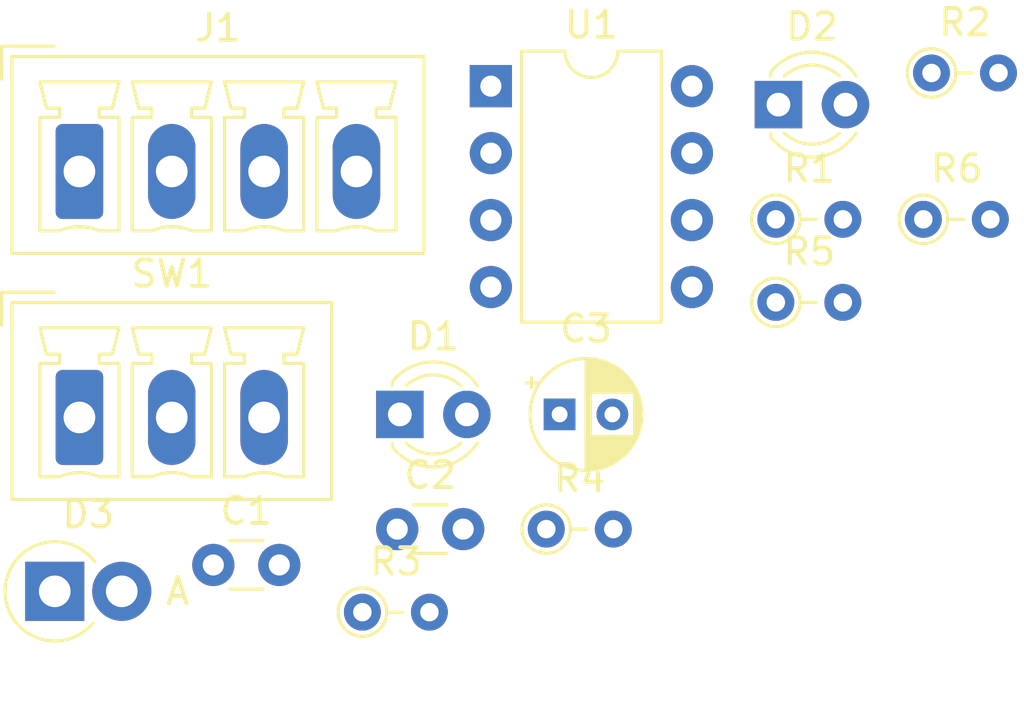
<source format=kicad_pcb>
(kicad_pcb (version 20171130) (host pcbnew "(5.1.2)-2")

  (general
    (thickness 1.6)
    (drawings 0)
    (tracks 0)
    (zones 0)
    (modules 15)
    (nets 13)
  )

  (page A4)
  (layers
    (0 F.Cu signal)
    (31 B.Cu signal)
    (32 B.Adhes user)
    (33 F.Adhes user)
    (34 B.Paste user)
    (35 F.Paste user)
    (36 B.SilkS user)
    (37 F.SilkS user)
    (38 B.Mask user)
    (39 F.Mask user)
    (40 Dwgs.User user)
    (41 Cmts.User user)
    (42 Eco1.User user)
    (43 Eco2.User user)
    (44 Edge.Cuts user)
    (45 Margin user)
    (46 B.CrtYd user)
    (47 F.CrtYd user)
    (48 B.Fab user)
    (49 F.Fab user)
  )

  (setup
    (last_trace_width 0.25)
    (trace_clearance 0.2)
    (zone_clearance 0.508)
    (zone_45_only no)
    (trace_min 0.2)
    (via_size 0.8)
    (via_drill 0.4)
    (via_min_size 0.4)
    (via_min_drill 0.3)
    (uvia_size 0.3)
    (uvia_drill 0.1)
    (uvias_allowed no)
    (uvia_min_size 0.2)
    (uvia_min_drill 0.1)
    (edge_width 0.05)
    (segment_width 0.2)
    (pcb_text_width 0.3)
    (pcb_text_size 1.5 1.5)
    (mod_edge_width 0.12)
    (mod_text_size 1 1)
    (mod_text_width 0.15)
    (pad_size 1.524 1.524)
    (pad_drill 0.762)
    (pad_to_mask_clearance 0.051)
    (solder_mask_min_width 0.25)
    (aux_axis_origin 0 0)
    (visible_elements FFFFFF7F)
    (pcbplotparams
      (layerselection 0x010fc_ffffffff)
      (usegerberextensions false)
      (usegerberattributes false)
      (usegerberadvancedattributes false)
      (creategerberjobfile false)
      (excludeedgelayer true)
      (linewidth 0.100000)
      (plotframeref false)
      (viasonmask false)
      (mode 1)
      (useauxorigin false)
      (hpglpennumber 1)
      (hpglpenspeed 20)
      (hpglpendiameter 15.000000)
      (psnegative false)
      (psa4output false)
      (plotreference true)
      (plotvalue true)
      (plotinvisibletext false)
      (padsonsilk false)
      (subtractmaskfromsilk false)
      (outputformat 1)
      (mirror false)
      (drillshape 1)
      (scaleselection 1)
      (outputdirectory ""))
  )

  (net 0 "")
  (net 1 "Net-(C1-Pad2)")
  (net 2 GND)
  (net 3 +5V)
  (net 4 "Net-(D1-Pad1)")
  (net 5 "Net-(D1-Pad2)")
  (net 6 "Net-(D2-Pad2)")
  (net 7 "Net-(D3-Pad1)")
  (net 8 "Net-(J1-Pad2)")
  (net 9 "Net-(J1-Pad3)")
  (net 10 "Net-(R6-Pad2)")
  (net 11 "Net-(SW1-Pad3)")
  (net 12 "Net-(U1-Pad1)")

  (net_class Default "This is the default net class."
    (clearance 0.2)
    (trace_width 0.25)
    (via_dia 0.8)
    (via_drill 0.4)
    (uvia_dia 0.3)
    (uvia_drill 0.1)
    (add_net +5V)
    (add_net GND)
    (add_net "Net-(C1-Pad2)")
    (add_net "Net-(D1-Pad1)")
    (add_net "Net-(D1-Pad2)")
    (add_net "Net-(D2-Pad2)")
    (add_net "Net-(D3-Pad1)")
    (add_net "Net-(J1-Pad2)")
    (add_net "Net-(J1-Pad3)")
    (add_net "Net-(R6-Pad2)")
    (add_net "Net-(SW1-Pad3)")
    (add_net "Net-(U1-Pad1)")
  )

  (module Capacitor_THT:C_Disc_D3.0mm_W1.6mm_P2.50mm (layer F.Cu) (tedit 5AE50EF0) (tstamp 5F2DCC47)
    (at 85.555001 47.675001)
    (descr "C, Disc series, Radial, pin pitch=2.50mm, , diameter*width=3.0*1.6mm^2, Capacitor, http://www.vishay.com/docs/45233/krseries.pdf")
    (tags "C Disc series Radial pin pitch 2.50mm  diameter 3.0mm width 1.6mm Capacitor")
    (path /5F2E38E6)
    (fp_text reference C1 (at 1.25 -2.05) (layer F.SilkS)
      (effects (font (size 1 1) (thickness 0.15)))
    )
    (fp_text value .1uf (at 1.25 2.05) (layer F.Fab)
      (effects (font (size 1 1) (thickness 0.15)))
    )
    (fp_text user %R (at 1.25 0) (layer F.Fab)
      (effects (font (size 0.6 0.6) (thickness 0.09)))
    )
    (fp_line (start 3.55 -1.05) (end -1.05 -1.05) (layer F.CrtYd) (width 0.05))
    (fp_line (start 3.55 1.05) (end 3.55 -1.05) (layer F.CrtYd) (width 0.05))
    (fp_line (start -1.05 1.05) (end 3.55 1.05) (layer F.CrtYd) (width 0.05))
    (fp_line (start -1.05 -1.05) (end -1.05 1.05) (layer F.CrtYd) (width 0.05))
    (fp_line (start 0.621 0.92) (end 1.879 0.92) (layer F.SilkS) (width 0.12))
    (fp_line (start 0.621 -0.92) (end 1.879 -0.92) (layer F.SilkS) (width 0.12))
    (fp_line (start 2.75 -0.8) (end -0.25 -0.8) (layer F.Fab) (width 0.1))
    (fp_line (start 2.75 0.8) (end 2.75 -0.8) (layer F.Fab) (width 0.1))
    (fp_line (start -0.25 0.8) (end 2.75 0.8) (layer F.Fab) (width 0.1))
    (fp_line (start -0.25 -0.8) (end -0.25 0.8) (layer F.Fab) (width 0.1))
    (pad 2 thru_hole circle (at 2.5 0) (size 1.6 1.6) (drill 0.8) (layers *.Cu *.Mask)
      (net 1 "Net-(C1-Pad2)"))
    (pad 1 thru_hole circle (at 0 0) (size 1.6 1.6) (drill 0.8) (layers *.Cu *.Mask)
      (net 2 GND))
    (model ${KISYS3DMOD}/Capacitor_THT.3dshapes/C_Disc_D3.0mm_W1.6mm_P2.50mm.wrl
      (at (xyz 0 0 0))
      (scale (xyz 1 1 1))
      (rotate (xyz 0 0 0))
    )
  )

  (module Capacitor_THT:C_Disc_D3.0mm_W1.6mm_P2.50mm (layer F.Cu) (tedit 5AE50EF0) (tstamp 5F2DCC58)
    (at 92.525001 46.315001)
    (descr "C, Disc series, Radial, pin pitch=2.50mm, , diameter*width=3.0*1.6mm^2, Capacitor, http://www.vishay.com/docs/45233/krseries.pdf")
    (tags "C Disc series Radial pin pitch 2.50mm  diameter 3.0mm width 1.6mm Capacitor")
    (path /5F2D3861)
    (fp_text reference C2 (at 1.25 -2.05) (layer F.SilkS)
      (effects (font (size 1 1) (thickness 0.15)))
    )
    (fp_text value .1uf (at 1.25 2.05) (layer F.Fab)
      (effects (font (size 1 1) (thickness 0.15)))
    )
    (fp_line (start -0.25 -0.8) (end -0.25 0.8) (layer F.Fab) (width 0.1))
    (fp_line (start -0.25 0.8) (end 2.75 0.8) (layer F.Fab) (width 0.1))
    (fp_line (start 2.75 0.8) (end 2.75 -0.8) (layer F.Fab) (width 0.1))
    (fp_line (start 2.75 -0.8) (end -0.25 -0.8) (layer F.Fab) (width 0.1))
    (fp_line (start 0.621 -0.92) (end 1.879 -0.92) (layer F.SilkS) (width 0.12))
    (fp_line (start 0.621 0.92) (end 1.879 0.92) (layer F.SilkS) (width 0.12))
    (fp_line (start -1.05 -1.05) (end -1.05 1.05) (layer F.CrtYd) (width 0.05))
    (fp_line (start -1.05 1.05) (end 3.55 1.05) (layer F.CrtYd) (width 0.05))
    (fp_line (start 3.55 1.05) (end 3.55 -1.05) (layer F.CrtYd) (width 0.05))
    (fp_line (start 3.55 -1.05) (end -1.05 -1.05) (layer F.CrtYd) (width 0.05))
    (fp_text user %R (at 1.25 0) (layer F.Fab)
      (effects (font (size 0.6 0.6) (thickness 0.09)))
    )
    (pad 1 thru_hole circle (at 0 0) (size 1.6 1.6) (drill 0.8) (layers *.Cu *.Mask)
      (net 3 +5V))
    (pad 2 thru_hole circle (at 2.5 0) (size 1.6 1.6) (drill 0.8) (layers *.Cu *.Mask)
      (net 2 GND))
    (model ${KISYS3DMOD}/Capacitor_THT.3dshapes/C_Disc_D3.0mm_W1.6mm_P2.50mm.wrl
      (at (xyz 0 0 0))
      (scale (xyz 1 1 1))
      (rotate (xyz 0 0 0))
    )
  )

  (module Capacitor_THT:CP_Radial_D4.0mm_P2.00mm (layer F.Cu) (tedit 5AE50EF0) (tstamp 5F2DCCC4)
    (at 98.679802 41.965001)
    (descr "CP, Radial series, Radial, pin pitch=2.00mm, , diameter=4mm, Electrolytic Capacitor")
    (tags "CP Radial series Radial pin pitch 2.00mm  diameter 4mm Electrolytic Capacitor")
    (path /5F2D33FE)
    (fp_text reference C3 (at 1 -3.25) (layer F.SilkS)
      (effects (font (size 1 1) (thickness 0.15)))
    )
    (fp_text value 10uf (at 1 3.25) (layer F.Fab)
      (effects (font (size 1 1) (thickness 0.15)))
    )
    (fp_circle (center 1 0) (end 3 0) (layer F.Fab) (width 0.1))
    (fp_circle (center 1 0) (end 3.12 0) (layer F.SilkS) (width 0.12))
    (fp_circle (center 1 0) (end 3.25 0) (layer F.CrtYd) (width 0.05))
    (fp_line (start -0.702554 -0.8675) (end -0.302554 -0.8675) (layer F.Fab) (width 0.1))
    (fp_line (start -0.502554 -1.0675) (end -0.502554 -0.6675) (layer F.Fab) (width 0.1))
    (fp_line (start 1 -2.08) (end 1 2.08) (layer F.SilkS) (width 0.12))
    (fp_line (start 1.04 -2.08) (end 1.04 2.08) (layer F.SilkS) (width 0.12))
    (fp_line (start 1.08 -2.079) (end 1.08 2.079) (layer F.SilkS) (width 0.12))
    (fp_line (start 1.12 -2.077) (end 1.12 2.077) (layer F.SilkS) (width 0.12))
    (fp_line (start 1.16 -2.074) (end 1.16 2.074) (layer F.SilkS) (width 0.12))
    (fp_line (start 1.2 -2.071) (end 1.2 -0.84) (layer F.SilkS) (width 0.12))
    (fp_line (start 1.2 0.84) (end 1.2 2.071) (layer F.SilkS) (width 0.12))
    (fp_line (start 1.24 -2.067) (end 1.24 -0.84) (layer F.SilkS) (width 0.12))
    (fp_line (start 1.24 0.84) (end 1.24 2.067) (layer F.SilkS) (width 0.12))
    (fp_line (start 1.28 -2.062) (end 1.28 -0.84) (layer F.SilkS) (width 0.12))
    (fp_line (start 1.28 0.84) (end 1.28 2.062) (layer F.SilkS) (width 0.12))
    (fp_line (start 1.32 -2.056) (end 1.32 -0.84) (layer F.SilkS) (width 0.12))
    (fp_line (start 1.32 0.84) (end 1.32 2.056) (layer F.SilkS) (width 0.12))
    (fp_line (start 1.36 -2.05) (end 1.36 -0.84) (layer F.SilkS) (width 0.12))
    (fp_line (start 1.36 0.84) (end 1.36 2.05) (layer F.SilkS) (width 0.12))
    (fp_line (start 1.4 -2.042) (end 1.4 -0.84) (layer F.SilkS) (width 0.12))
    (fp_line (start 1.4 0.84) (end 1.4 2.042) (layer F.SilkS) (width 0.12))
    (fp_line (start 1.44 -2.034) (end 1.44 -0.84) (layer F.SilkS) (width 0.12))
    (fp_line (start 1.44 0.84) (end 1.44 2.034) (layer F.SilkS) (width 0.12))
    (fp_line (start 1.48 -2.025) (end 1.48 -0.84) (layer F.SilkS) (width 0.12))
    (fp_line (start 1.48 0.84) (end 1.48 2.025) (layer F.SilkS) (width 0.12))
    (fp_line (start 1.52 -2.016) (end 1.52 -0.84) (layer F.SilkS) (width 0.12))
    (fp_line (start 1.52 0.84) (end 1.52 2.016) (layer F.SilkS) (width 0.12))
    (fp_line (start 1.56 -2.005) (end 1.56 -0.84) (layer F.SilkS) (width 0.12))
    (fp_line (start 1.56 0.84) (end 1.56 2.005) (layer F.SilkS) (width 0.12))
    (fp_line (start 1.6 -1.994) (end 1.6 -0.84) (layer F.SilkS) (width 0.12))
    (fp_line (start 1.6 0.84) (end 1.6 1.994) (layer F.SilkS) (width 0.12))
    (fp_line (start 1.64 -1.982) (end 1.64 -0.84) (layer F.SilkS) (width 0.12))
    (fp_line (start 1.64 0.84) (end 1.64 1.982) (layer F.SilkS) (width 0.12))
    (fp_line (start 1.68 -1.968) (end 1.68 -0.84) (layer F.SilkS) (width 0.12))
    (fp_line (start 1.68 0.84) (end 1.68 1.968) (layer F.SilkS) (width 0.12))
    (fp_line (start 1.721 -1.954) (end 1.721 -0.84) (layer F.SilkS) (width 0.12))
    (fp_line (start 1.721 0.84) (end 1.721 1.954) (layer F.SilkS) (width 0.12))
    (fp_line (start 1.761 -1.94) (end 1.761 -0.84) (layer F.SilkS) (width 0.12))
    (fp_line (start 1.761 0.84) (end 1.761 1.94) (layer F.SilkS) (width 0.12))
    (fp_line (start 1.801 -1.924) (end 1.801 -0.84) (layer F.SilkS) (width 0.12))
    (fp_line (start 1.801 0.84) (end 1.801 1.924) (layer F.SilkS) (width 0.12))
    (fp_line (start 1.841 -1.907) (end 1.841 -0.84) (layer F.SilkS) (width 0.12))
    (fp_line (start 1.841 0.84) (end 1.841 1.907) (layer F.SilkS) (width 0.12))
    (fp_line (start 1.881 -1.889) (end 1.881 -0.84) (layer F.SilkS) (width 0.12))
    (fp_line (start 1.881 0.84) (end 1.881 1.889) (layer F.SilkS) (width 0.12))
    (fp_line (start 1.921 -1.87) (end 1.921 -0.84) (layer F.SilkS) (width 0.12))
    (fp_line (start 1.921 0.84) (end 1.921 1.87) (layer F.SilkS) (width 0.12))
    (fp_line (start 1.961 -1.851) (end 1.961 -0.84) (layer F.SilkS) (width 0.12))
    (fp_line (start 1.961 0.84) (end 1.961 1.851) (layer F.SilkS) (width 0.12))
    (fp_line (start 2.001 -1.83) (end 2.001 -0.84) (layer F.SilkS) (width 0.12))
    (fp_line (start 2.001 0.84) (end 2.001 1.83) (layer F.SilkS) (width 0.12))
    (fp_line (start 2.041 -1.808) (end 2.041 -0.84) (layer F.SilkS) (width 0.12))
    (fp_line (start 2.041 0.84) (end 2.041 1.808) (layer F.SilkS) (width 0.12))
    (fp_line (start 2.081 -1.785) (end 2.081 -0.84) (layer F.SilkS) (width 0.12))
    (fp_line (start 2.081 0.84) (end 2.081 1.785) (layer F.SilkS) (width 0.12))
    (fp_line (start 2.121 -1.76) (end 2.121 -0.84) (layer F.SilkS) (width 0.12))
    (fp_line (start 2.121 0.84) (end 2.121 1.76) (layer F.SilkS) (width 0.12))
    (fp_line (start 2.161 -1.735) (end 2.161 -0.84) (layer F.SilkS) (width 0.12))
    (fp_line (start 2.161 0.84) (end 2.161 1.735) (layer F.SilkS) (width 0.12))
    (fp_line (start 2.201 -1.708) (end 2.201 -0.84) (layer F.SilkS) (width 0.12))
    (fp_line (start 2.201 0.84) (end 2.201 1.708) (layer F.SilkS) (width 0.12))
    (fp_line (start 2.241 -1.68) (end 2.241 -0.84) (layer F.SilkS) (width 0.12))
    (fp_line (start 2.241 0.84) (end 2.241 1.68) (layer F.SilkS) (width 0.12))
    (fp_line (start 2.281 -1.65) (end 2.281 -0.84) (layer F.SilkS) (width 0.12))
    (fp_line (start 2.281 0.84) (end 2.281 1.65) (layer F.SilkS) (width 0.12))
    (fp_line (start 2.321 -1.619) (end 2.321 -0.84) (layer F.SilkS) (width 0.12))
    (fp_line (start 2.321 0.84) (end 2.321 1.619) (layer F.SilkS) (width 0.12))
    (fp_line (start 2.361 -1.587) (end 2.361 -0.84) (layer F.SilkS) (width 0.12))
    (fp_line (start 2.361 0.84) (end 2.361 1.587) (layer F.SilkS) (width 0.12))
    (fp_line (start 2.401 -1.552) (end 2.401 -0.84) (layer F.SilkS) (width 0.12))
    (fp_line (start 2.401 0.84) (end 2.401 1.552) (layer F.SilkS) (width 0.12))
    (fp_line (start 2.441 -1.516) (end 2.441 -0.84) (layer F.SilkS) (width 0.12))
    (fp_line (start 2.441 0.84) (end 2.441 1.516) (layer F.SilkS) (width 0.12))
    (fp_line (start 2.481 -1.478) (end 2.481 -0.84) (layer F.SilkS) (width 0.12))
    (fp_line (start 2.481 0.84) (end 2.481 1.478) (layer F.SilkS) (width 0.12))
    (fp_line (start 2.521 -1.438) (end 2.521 -0.84) (layer F.SilkS) (width 0.12))
    (fp_line (start 2.521 0.84) (end 2.521 1.438) (layer F.SilkS) (width 0.12))
    (fp_line (start 2.561 -1.396) (end 2.561 -0.84) (layer F.SilkS) (width 0.12))
    (fp_line (start 2.561 0.84) (end 2.561 1.396) (layer F.SilkS) (width 0.12))
    (fp_line (start 2.601 -1.351) (end 2.601 -0.84) (layer F.SilkS) (width 0.12))
    (fp_line (start 2.601 0.84) (end 2.601 1.351) (layer F.SilkS) (width 0.12))
    (fp_line (start 2.641 -1.304) (end 2.641 -0.84) (layer F.SilkS) (width 0.12))
    (fp_line (start 2.641 0.84) (end 2.641 1.304) (layer F.SilkS) (width 0.12))
    (fp_line (start 2.681 -1.254) (end 2.681 -0.84) (layer F.SilkS) (width 0.12))
    (fp_line (start 2.681 0.84) (end 2.681 1.254) (layer F.SilkS) (width 0.12))
    (fp_line (start 2.721 -1.2) (end 2.721 -0.84) (layer F.SilkS) (width 0.12))
    (fp_line (start 2.721 0.84) (end 2.721 1.2) (layer F.SilkS) (width 0.12))
    (fp_line (start 2.761 -1.142) (end 2.761 -0.84) (layer F.SilkS) (width 0.12))
    (fp_line (start 2.761 0.84) (end 2.761 1.142) (layer F.SilkS) (width 0.12))
    (fp_line (start 2.801 -1.08) (end 2.801 -0.84) (layer F.SilkS) (width 0.12))
    (fp_line (start 2.801 0.84) (end 2.801 1.08) (layer F.SilkS) (width 0.12))
    (fp_line (start 2.841 -1.013) (end 2.841 1.013) (layer F.SilkS) (width 0.12))
    (fp_line (start 2.881 -0.94) (end 2.881 0.94) (layer F.SilkS) (width 0.12))
    (fp_line (start 2.921 -0.859) (end 2.921 0.859) (layer F.SilkS) (width 0.12))
    (fp_line (start 2.961 -0.768) (end 2.961 0.768) (layer F.SilkS) (width 0.12))
    (fp_line (start 3.001 -0.664) (end 3.001 0.664) (layer F.SilkS) (width 0.12))
    (fp_line (start 3.041 -0.537) (end 3.041 0.537) (layer F.SilkS) (width 0.12))
    (fp_line (start 3.081 -0.37) (end 3.081 0.37) (layer F.SilkS) (width 0.12))
    (fp_line (start -1.269801 -1.195) (end -0.869801 -1.195) (layer F.SilkS) (width 0.12))
    (fp_line (start -1.069801 -1.395) (end -1.069801 -0.995) (layer F.SilkS) (width 0.12))
    (fp_text user %R (at 1 0) (layer F.Fab)
      (effects (font (size 0.8 0.8) (thickness 0.12)))
    )
    (pad 1 thru_hole rect (at 0 0) (size 1.2 1.2) (drill 0.6) (layers *.Cu *.Mask)
      (net 3 +5V))
    (pad 2 thru_hole circle (at 2 0) (size 1.2 1.2) (drill 0.6) (layers *.Cu *.Mask)
      (net 2 GND))
    (model ${KISYS3DMOD}/Capacitor_THT.3dshapes/CP_Radial_D4.0mm_P2.00mm.wrl
      (at (xyz 0 0 0))
      (scale (xyz 1 1 1))
      (rotate (xyz 0 0 0))
    )
  )

  (module LED_THT:LED_D3.0mm_Clear (layer F.Cu) (tedit 5A6C9BC0) (tstamp 5F2DCCD8)
    (at 92.625001 41.965001)
    (descr "IR-LED, diameter 3.0mm, 2 pins, color: clear")
    (tags "IR infrared LED diameter 3.0mm 2 pins clear")
    (path /5F2C0F94)
    (fp_text reference D1 (at 1.27 -2.96) (layer F.SilkS)
      (effects (font (size 1 1) (thickness 0.15)))
    )
    (fp_text value LED_Small (at 1.27 2.96) (layer F.Fab)
      (effects (font (size 1 1) (thickness 0.15)))
    )
    (fp_text user %R (at 1.47 0) (layer F.Fab)
      (effects (font (size 0.8 0.8) (thickness 0.12)))
    )
    (fp_line (start -0.23 -1.16619) (end -0.23 1.16619) (layer F.Fab) (width 0.1))
    (fp_line (start -0.29 -1.236) (end -0.29 -1.08) (layer F.SilkS) (width 0.12))
    (fp_line (start -0.29 1.08) (end -0.29 1.236) (layer F.SilkS) (width 0.12))
    (fp_line (start -1.15 -2.25) (end -1.15 2.25) (layer F.CrtYd) (width 0.05))
    (fp_line (start -1.15 2.25) (end 3.7 2.25) (layer F.CrtYd) (width 0.05))
    (fp_line (start 3.7 2.25) (end 3.7 -2.25) (layer F.CrtYd) (width 0.05))
    (fp_line (start 3.7 -2.25) (end -1.15 -2.25) (layer F.CrtYd) (width 0.05))
    (fp_circle (center 1.27 0) (end 2.77 0) (layer F.Fab) (width 0.1))
    (fp_arc (start 1.27 0) (end -0.23 -1.16619) (angle 284.3) (layer F.Fab) (width 0.1))
    (fp_arc (start 1.27 0) (end -0.29 -1.235516) (angle 108.8) (layer F.SilkS) (width 0.12))
    (fp_arc (start 1.27 0) (end -0.29 1.235516) (angle -108.8) (layer F.SilkS) (width 0.12))
    (fp_arc (start 1.27 0) (end 0.229039 -1.08) (angle 87.9) (layer F.SilkS) (width 0.12))
    (fp_arc (start 1.27 0) (end 0.229039 1.08) (angle -87.9) (layer F.SilkS) (width 0.12))
    (pad 1 thru_hole rect (at 0 0) (size 1.8 1.8) (drill 0.9) (layers *.Cu *.Mask)
      (net 4 "Net-(D1-Pad1)"))
    (pad 2 thru_hole circle (at 2.54 0) (size 1.8 1.8) (drill 0.9) (layers *.Cu *.Mask)
      (net 5 "Net-(D1-Pad2)"))
    (model ${KISYS3DMOD}/LED_THT.3dshapes/LED_D3.0mm_Clear.wrl
      (at (xyz 0 0 0))
      (scale (xyz 1 1 1))
      (rotate (xyz 0 0 0))
    )
  )

  (module LED_THT:LED_D3.0mm_Clear (layer F.Cu) (tedit 5A6C9BC0) (tstamp 5F2DCCEC)
    (at 106.975001 30.215001)
    (descr "IR-LED, diameter 3.0mm, 2 pins, color: clear")
    (tags "IR infrared LED diameter 3.0mm 2 pins clear")
    (path /5F2C1C32)
    (fp_text reference D2 (at 1.27 -2.96) (layer F.SilkS)
      (effects (font (size 1 1) (thickness 0.15)))
    )
    (fp_text value LED_Small (at 1.27 2.96) (layer F.Fab)
      (effects (font (size 1 1) (thickness 0.15)))
    )
    (fp_arc (start 1.27 0) (end 0.229039 1.08) (angle -87.9) (layer F.SilkS) (width 0.12))
    (fp_arc (start 1.27 0) (end 0.229039 -1.08) (angle 87.9) (layer F.SilkS) (width 0.12))
    (fp_arc (start 1.27 0) (end -0.29 1.235516) (angle -108.8) (layer F.SilkS) (width 0.12))
    (fp_arc (start 1.27 0) (end -0.29 -1.235516) (angle 108.8) (layer F.SilkS) (width 0.12))
    (fp_arc (start 1.27 0) (end -0.23 -1.16619) (angle 284.3) (layer F.Fab) (width 0.1))
    (fp_circle (center 1.27 0) (end 2.77 0) (layer F.Fab) (width 0.1))
    (fp_line (start 3.7 -2.25) (end -1.15 -2.25) (layer F.CrtYd) (width 0.05))
    (fp_line (start 3.7 2.25) (end 3.7 -2.25) (layer F.CrtYd) (width 0.05))
    (fp_line (start -1.15 2.25) (end 3.7 2.25) (layer F.CrtYd) (width 0.05))
    (fp_line (start -1.15 -2.25) (end -1.15 2.25) (layer F.CrtYd) (width 0.05))
    (fp_line (start -0.29 1.08) (end -0.29 1.236) (layer F.SilkS) (width 0.12))
    (fp_line (start -0.29 -1.236) (end -0.29 -1.08) (layer F.SilkS) (width 0.12))
    (fp_line (start -0.23 -1.16619) (end -0.23 1.16619) (layer F.Fab) (width 0.1))
    (fp_text user %R (at 1.47 0) (layer F.Fab)
      (effects (font (size 0.8 0.8) (thickness 0.12)))
    )
    (pad 2 thru_hole circle (at 2.54 0) (size 1.8 1.8) (drill 0.9) (layers *.Cu *.Mask)
      (net 6 "Net-(D2-Pad2)"))
    (pad 1 thru_hole rect (at 0 0) (size 1.8 1.8) (drill 0.9) (layers *.Cu *.Mask)
      (net 5 "Net-(D1-Pad2)"))
    (model ${KISYS3DMOD}/LED_THT.3dshapes/LED_D3.0mm_Clear.wrl
      (at (xyz 0 0 0))
      (scale (xyz 1 1 1))
      (rotate (xyz 0 0 0))
    )
  )

  (module Diode_THT:D_DO-15_P2.54mm_Vertical_AnodeUp (layer F.Cu) (tedit 5AE50CD5) (tstamp 5F2DCCFC)
    (at 79.545001 48.675001)
    (descr "Diode, DO-15 series, Axial, Vertical, pin pitch=2.54mm, , length*diameter=7.6*3.6mm^2, , http://www.diodes.com/_files/packages/DO-15.pdf")
    (tags "Diode DO-15 series Axial Vertical pin pitch 2.54mm  length 7.6mm diameter 3.6mm")
    (path /5F2DEB25)
    (fp_text reference D3 (at 1.27 -2.92) (layer F.SilkS)
      (effects (font (size 1 1) (thickness 0.15)))
    )
    (fp_text value 1N4004 (at 1.27 3.809) (layer F.Fab)
      (effects (font (size 1 1) (thickness 0.15)))
    )
    (fp_arc (start 0 0) (end 1.514596 -1.12) (angle -284.154462) (layer F.SilkS) (width 0.12))
    (fp_circle (center 0 0) (end 1.8 0) (layer F.Fab) (width 0.1))
    (fp_line (start 0 0) (end 2.54 0) (layer F.Fab) (width 0.1))
    (fp_line (start -2.05 -2.05) (end -2.05 2.05) (layer F.CrtYd) (width 0.05))
    (fp_line (start -2.05 2.05) (end 3.91 2.05) (layer F.CrtYd) (width 0.05))
    (fp_line (start 3.91 2.05) (end 3.91 -2.05) (layer F.CrtYd) (width 0.05))
    (fp_line (start 3.91 -2.05) (end -2.05 -2.05) (layer F.CrtYd) (width 0.05))
    (fp_text user %R (at 1.27 -2.92) (layer F.Fab)
      (effects (font (size 1 1) (thickness 0.15)))
    )
    (fp_text user A (at 4.66 0) (layer F.Fab)
      (effects (font (size 1 1) (thickness 0.15)))
    )
    (fp_text user A (at 4.66 0) (layer F.SilkS)
      (effects (font (size 1 1) (thickness 0.15)))
    )
    (pad 1 thru_hole rect (at 0 0) (size 2.24 2.24) (drill 1.2) (layers *.Cu *.Mask)
      (net 7 "Net-(D3-Pad1)"))
    (pad 2 thru_hole oval (at 2.54 0) (size 2.24 2.24) (drill 1.2) (layers *.Cu *.Mask)
      (net 5 "Net-(D1-Pad2)"))
    (model ${KISYS3DMOD}/Diode_THT.3dshapes/D_DO-15_P2.54mm_Vertical_AnodeUp.wrl
      (at (xyz 0 0 0))
      (scale (xyz 1 1 1))
      (rotate (xyz 0 0 0))
    )
  )

  (module Connector_Phoenix_MC:PhoenixContact_MCV_1,5_4-G-3.5_1x04_P3.50mm_Vertical (layer F.Cu) (tedit 5B784ED0) (tstamp 5F2DCD4D)
    (at 80.480001 32.750001)
    (descr "Generic Phoenix Contact connector footprint for: MCV_1,5/4-G-3.5; number of pins: 04; pin pitch: 3.50mm; Vertical || order number: 1843622 8A 160V")
    (tags "phoenix_contact connector MCV_01x04_G_3.5mm")
    (path /5F2D558D)
    (fp_text reference J1 (at 5.25 -5.45) (layer F.SilkS)
      (effects (font (size 1 1) (thickness 0.15)))
    )
    (fp_text value Conn_01x04_Male (at 5.25 4.2) (layer F.Fab)
      (effects (font (size 1 1) (thickness 0.15)))
    )
    (fp_arc (start 0 3.95) (end -0.75 2.25) (angle 47.6) (layer F.SilkS) (width 0.12))
    (fp_arc (start 3.5 3.95) (end 2.75 2.25) (angle 47.6) (layer F.SilkS) (width 0.12))
    (fp_arc (start 7 3.95) (end 6.25 2.25) (angle 47.6) (layer F.SilkS) (width 0.12))
    (fp_arc (start 10.5 3.95) (end 9.75 2.25) (angle 47.6) (layer F.SilkS) (width 0.12))
    (fp_line (start -2.56 -4.36) (end -2.56 3.11) (layer F.SilkS) (width 0.12))
    (fp_line (start -2.56 3.11) (end 13.06 3.11) (layer F.SilkS) (width 0.12))
    (fp_line (start 13.06 3.11) (end 13.06 -4.36) (layer F.SilkS) (width 0.12))
    (fp_line (start 13.06 -4.36) (end -2.56 -4.36) (layer F.SilkS) (width 0.12))
    (fp_line (start -2.45 -4.25) (end -2.45 3) (layer F.Fab) (width 0.1))
    (fp_line (start -2.45 3) (end 12.95 3) (layer F.Fab) (width 0.1))
    (fp_line (start 12.95 3) (end 12.95 -4.25) (layer F.Fab) (width 0.1))
    (fp_line (start 12.95 -4.25) (end -2.45 -4.25) (layer F.Fab) (width 0.1))
    (fp_line (start -0.75 2.25) (end -1.5 2.25) (layer F.SilkS) (width 0.12))
    (fp_line (start -1.5 2.25) (end -1.5 -2.05) (layer F.SilkS) (width 0.12))
    (fp_line (start -1.5 -2.05) (end -0.75 -2.05) (layer F.SilkS) (width 0.12))
    (fp_line (start -0.75 -2.05) (end -0.75 -2.4) (layer F.SilkS) (width 0.12))
    (fp_line (start -0.75 -2.4) (end -1.25 -2.4) (layer F.SilkS) (width 0.12))
    (fp_line (start -1.25 -2.4) (end -1.5 -3.4) (layer F.SilkS) (width 0.12))
    (fp_line (start -1.5 -3.4) (end 1.5 -3.4) (layer F.SilkS) (width 0.12))
    (fp_line (start 1.5 -3.4) (end 1.25 -2.4) (layer F.SilkS) (width 0.12))
    (fp_line (start 1.25 -2.4) (end 0.75 -2.4) (layer F.SilkS) (width 0.12))
    (fp_line (start 0.75 -2.4) (end 0.75 -2.05) (layer F.SilkS) (width 0.12))
    (fp_line (start 0.75 -2.05) (end 1.5 -2.05) (layer F.SilkS) (width 0.12))
    (fp_line (start 1.5 -2.05) (end 1.5 2.25) (layer F.SilkS) (width 0.12))
    (fp_line (start 1.5 2.25) (end 0.75 2.25) (layer F.SilkS) (width 0.12))
    (fp_line (start 2.75 2.25) (end 2 2.25) (layer F.SilkS) (width 0.12))
    (fp_line (start 2 2.25) (end 2 -2.05) (layer F.SilkS) (width 0.12))
    (fp_line (start 2 -2.05) (end 2.75 -2.05) (layer F.SilkS) (width 0.12))
    (fp_line (start 2.75 -2.05) (end 2.75 -2.4) (layer F.SilkS) (width 0.12))
    (fp_line (start 2.75 -2.4) (end 2.25 -2.4) (layer F.SilkS) (width 0.12))
    (fp_line (start 2.25 -2.4) (end 2 -3.4) (layer F.SilkS) (width 0.12))
    (fp_line (start 2 -3.4) (end 5 -3.4) (layer F.SilkS) (width 0.12))
    (fp_line (start 5 -3.4) (end 4.75 -2.4) (layer F.SilkS) (width 0.12))
    (fp_line (start 4.75 -2.4) (end 4.25 -2.4) (layer F.SilkS) (width 0.12))
    (fp_line (start 4.25 -2.4) (end 4.25 -2.05) (layer F.SilkS) (width 0.12))
    (fp_line (start 4.25 -2.05) (end 5 -2.05) (layer F.SilkS) (width 0.12))
    (fp_line (start 5 -2.05) (end 5 2.25) (layer F.SilkS) (width 0.12))
    (fp_line (start 5 2.25) (end 4.25 2.25) (layer F.SilkS) (width 0.12))
    (fp_line (start 6.25 2.25) (end 5.5 2.25) (layer F.SilkS) (width 0.12))
    (fp_line (start 5.5 2.25) (end 5.5 -2.05) (layer F.SilkS) (width 0.12))
    (fp_line (start 5.5 -2.05) (end 6.25 -2.05) (layer F.SilkS) (width 0.12))
    (fp_line (start 6.25 -2.05) (end 6.25 -2.4) (layer F.SilkS) (width 0.12))
    (fp_line (start 6.25 -2.4) (end 5.75 -2.4) (layer F.SilkS) (width 0.12))
    (fp_line (start 5.75 -2.4) (end 5.5 -3.4) (layer F.SilkS) (width 0.12))
    (fp_line (start 5.5 -3.4) (end 8.5 -3.4) (layer F.SilkS) (width 0.12))
    (fp_line (start 8.5 -3.4) (end 8.25 -2.4) (layer F.SilkS) (width 0.12))
    (fp_line (start 8.25 -2.4) (end 7.75 -2.4) (layer F.SilkS) (width 0.12))
    (fp_line (start 7.75 -2.4) (end 7.75 -2.05) (layer F.SilkS) (width 0.12))
    (fp_line (start 7.75 -2.05) (end 8.5 -2.05) (layer F.SilkS) (width 0.12))
    (fp_line (start 8.5 -2.05) (end 8.5 2.25) (layer F.SilkS) (width 0.12))
    (fp_line (start 8.5 2.25) (end 7.75 2.25) (layer F.SilkS) (width 0.12))
    (fp_line (start 9.75 2.25) (end 9 2.25) (layer F.SilkS) (width 0.12))
    (fp_line (start 9 2.25) (end 9 -2.05) (layer F.SilkS) (width 0.12))
    (fp_line (start 9 -2.05) (end 9.75 -2.05) (layer F.SilkS) (width 0.12))
    (fp_line (start 9.75 -2.05) (end 9.75 -2.4) (layer F.SilkS) (width 0.12))
    (fp_line (start 9.75 -2.4) (end 9.25 -2.4) (layer F.SilkS) (width 0.12))
    (fp_line (start 9.25 -2.4) (end 9 -3.4) (layer F.SilkS) (width 0.12))
    (fp_line (start 9 -3.4) (end 12 -3.4) (layer F.SilkS) (width 0.12))
    (fp_line (start 12 -3.4) (end 11.75 -2.4) (layer F.SilkS) (width 0.12))
    (fp_line (start 11.75 -2.4) (end 11.25 -2.4) (layer F.SilkS) (width 0.12))
    (fp_line (start 11.25 -2.4) (end 11.25 -2.05) (layer F.SilkS) (width 0.12))
    (fp_line (start 11.25 -2.05) (end 12 -2.05) (layer F.SilkS) (width 0.12))
    (fp_line (start 12 -2.05) (end 12 2.25) (layer F.SilkS) (width 0.12))
    (fp_line (start 12 2.25) (end 11.25 2.25) (layer F.SilkS) (width 0.12))
    (fp_line (start -2.95 -4.75) (end -2.95 3.5) (layer F.CrtYd) (width 0.05))
    (fp_line (start -2.95 3.5) (end 13.45 3.5) (layer F.CrtYd) (width 0.05))
    (fp_line (start 13.45 3.5) (end 13.45 -4.75) (layer F.CrtYd) (width 0.05))
    (fp_line (start 13.45 -4.75) (end -2.95 -4.75) (layer F.CrtYd) (width 0.05))
    (fp_line (start -2.95 -3.5) (end -2.95 -4.75) (layer F.SilkS) (width 0.12))
    (fp_line (start -2.95 -4.75) (end -0.95 -4.75) (layer F.SilkS) (width 0.12))
    (fp_line (start -2.95 -3.5) (end -2.95 -4.75) (layer F.Fab) (width 0.1))
    (fp_line (start -2.95 -4.75) (end -0.95 -4.75) (layer F.Fab) (width 0.1))
    (fp_text user %R (at 5.25 -3.55) (layer F.Fab)
      (effects (font (size 1 1) (thickness 0.15)))
    )
    (pad 1 thru_hole roundrect (at 0 0) (size 1.8 3.6) (drill 1.2) (layers *.Cu *.Mask) (roundrect_rratio 0.138889)
      (net 2 GND))
    (pad 2 thru_hole oval (at 3.5 0) (size 1.8 3.6) (drill 1.2) (layers *.Cu *.Mask)
      (net 8 "Net-(J1-Pad2)"))
    (pad 3 thru_hole oval (at 7 0) (size 1.8 3.6) (drill 1.2) (layers *.Cu *.Mask)
      (net 9 "Net-(J1-Pad3)"))
    (pad 4 thru_hole oval (at 10.5 0) (size 1.8 3.6) (drill 1.2) (layers *.Cu *.Mask)
      (net 3 +5V))
    (model ${KISYS3DMOD}/Connector_Phoenix_MC.3dshapes/PhoenixContact_MCV_1,5_4-G-3.5_1x04_P3.50mm_Vertical.wrl
      (at (xyz 0 0 0))
      (scale (xyz 1 1 1))
      (rotate (xyz 0 0 0))
    )
  )

  (module Resistor_THT:R_Axial_DIN0204_L3.6mm_D1.6mm_P2.54mm_Vertical (layer F.Cu) (tedit 5AE5139B) (tstamp 5F2DCD5C)
    (at 106.875001 34.565001)
    (descr "Resistor, Axial_DIN0204 series, Axial, Vertical, pin pitch=2.54mm, 0.167W, length*diameter=3.6*1.6mm^2, http://cdn-reichelt.de/documents/datenblatt/B400/1_4W%23YAG.pdf")
    (tags "Resistor Axial_DIN0204 series Axial Vertical pin pitch 2.54mm 0.167W length 3.6mm diameter 1.6mm")
    (path /5F2C08F9)
    (fp_text reference R1 (at 1.27 -1.92) (layer F.SilkS)
      (effects (font (size 1 1) (thickness 0.15)))
    )
    (fp_text value 240 (at 1.27 1.92) (layer F.Fab)
      (effects (font (size 1 1) (thickness 0.15)))
    )
    (fp_circle (center 0 0) (end 0.8 0) (layer F.Fab) (width 0.1))
    (fp_circle (center 0 0) (end 0.92 0) (layer F.SilkS) (width 0.12))
    (fp_line (start 0 0) (end 2.54 0) (layer F.Fab) (width 0.1))
    (fp_line (start 0.92 0) (end 1.54 0) (layer F.SilkS) (width 0.12))
    (fp_line (start -1.05 -1.05) (end -1.05 1.05) (layer F.CrtYd) (width 0.05))
    (fp_line (start -1.05 1.05) (end 3.49 1.05) (layer F.CrtYd) (width 0.05))
    (fp_line (start 3.49 1.05) (end 3.49 -1.05) (layer F.CrtYd) (width 0.05))
    (fp_line (start 3.49 -1.05) (end -1.05 -1.05) (layer F.CrtYd) (width 0.05))
    (fp_text user %R (at 1.27 -1.92) (layer F.Fab)
      (effects (font (size 1 1) (thickness 0.15)))
    )
    (pad 1 thru_hole circle (at 0 0) (size 1.4 1.4) (drill 0.7) (layers *.Cu *.Mask)
      (net 3 +5V))
    (pad 2 thru_hole oval (at 2.54 0) (size 1.4 1.4) (drill 0.7) (layers *.Cu *.Mask)
      (net 5 "Net-(D1-Pad2)"))
    (model ${KISYS3DMOD}/Resistor_THT.3dshapes/R_Axial_DIN0204_L3.6mm_D1.6mm_P2.54mm_Vertical.wrl
      (at (xyz 0 0 0))
      (scale (xyz 1 1 1))
      (rotate (xyz 0 0 0))
    )
  )

  (module Resistor_THT:R_Axial_DIN0204_L3.6mm_D1.6mm_P2.54mm_Vertical (layer F.Cu) (tedit 5AE5139B) (tstamp 5F2DCD6B)
    (at 112.775001 29.015001)
    (descr "Resistor, Axial_DIN0204 series, Axial, Vertical, pin pitch=2.54mm, 0.167W, length*diameter=3.6*1.6mm^2, http://cdn-reichelt.de/documents/datenblatt/B400/1_4W%23YAG.pdf")
    (tags "Resistor Axial_DIN0204 series Axial Vertical pin pitch 2.54mm 0.167W length 3.6mm diameter 1.6mm")
    (path /5F2C0C6C)
    (fp_text reference R2 (at 1.27 -1.92) (layer F.SilkS)
      (effects (font (size 1 1) (thickness 0.15)))
    )
    (fp_text value 2.2k (at 1.27 1.92) (layer F.Fab)
      (effects (font (size 1 1) (thickness 0.15)))
    )
    (fp_circle (center 0 0) (end 0.8 0) (layer F.Fab) (width 0.1))
    (fp_circle (center 0 0) (end 0.92 0) (layer F.SilkS) (width 0.12))
    (fp_line (start 0 0) (end 2.54 0) (layer F.Fab) (width 0.1))
    (fp_line (start 0.92 0) (end 1.54 0) (layer F.SilkS) (width 0.12))
    (fp_line (start -1.05 -1.05) (end -1.05 1.05) (layer F.CrtYd) (width 0.05))
    (fp_line (start -1.05 1.05) (end 3.49 1.05) (layer F.CrtYd) (width 0.05))
    (fp_line (start 3.49 1.05) (end 3.49 -1.05) (layer F.CrtYd) (width 0.05))
    (fp_line (start 3.49 -1.05) (end -1.05 -1.05) (layer F.CrtYd) (width 0.05))
    (fp_text user %R (at 1.27 -1.92) (layer F.Fab)
      (effects (font (size 1 1) (thickness 0.15)))
    )
    (pad 1 thru_hole circle (at 0 0) (size 1.4 1.4) (drill 0.7) (layers *.Cu *.Mask)
      (net 4 "Net-(D1-Pad1)"))
    (pad 2 thru_hole oval (at 2.54 0) (size 1.4 1.4) (drill 0.7) (layers *.Cu *.Mask)
      (net 2 GND))
    (model ${KISYS3DMOD}/Resistor_THT.3dshapes/R_Axial_DIN0204_L3.6mm_D1.6mm_P2.54mm_Vertical.wrl
      (at (xyz 0 0 0))
      (scale (xyz 1 1 1))
      (rotate (xyz 0 0 0))
    )
  )

  (module Resistor_THT:R_Axial_DIN0204_L3.6mm_D1.6mm_P2.54mm_Vertical (layer F.Cu) (tedit 5AE5139B) (tstamp 5F2DCD7A)
    (at 91.205001 49.465001)
    (descr "Resistor, Axial_DIN0204 series, Axial, Vertical, pin pitch=2.54mm, 0.167W, length*diameter=3.6*1.6mm^2, http://cdn-reichelt.de/documents/datenblatt/B400/1_4W%23YAG.pdf")
    (tags "Resistor Axial_DIN0204 series Axial Vertical pin pitch 2.54mm 0.167W length 3.6mm diameter 1.6mm")
    (path /5F2C099D)
    (fp_text reference R3 (at 1.27 -1.92) (layer F.SilkS)
      (effects (font (size 1 1) (thickness 0.15)))
    )
    (fp_text value 2.2K (at 1.27 1.92) (layer F.Fab)
      (effects (font (size 1 1) (thickness 0.15)))
    )
    (fp_text user %R (at 1.27 -1.92) (layer F.Fab)
      (effects (font (size 1 1) (thickness 0.15)))
    )
    (fp_line (start 3.49 -1.05) (end -1.05 -1.05) (layer F.CrtYd) (width 0.05))
    (fp_line (start 3.49 1.05) (end 3.49 -1.05) (layer F.CrtYd) (width 0.05))
    (fp_line (start -1.05 1.05) (end 3.49 1.05) (layer F.CrtYd) (width 0.05))
    (fp_line (start -1.05 -1.05) (end -1.05 1.05) (layer F.CrtYd) (width 0.05))
    (fp_line (start 0.92 0) (end 1.54 0) (layer F.SilkS) (width 0.12))
    (fp_line (start 0 0) (end 2.54 0) (layer F.Fab) (width 0.1))
    (fp_circle (center 0 0) (end 0.92 0) (layer F.SilkS) (width 0.12))
    (fp_circle (center 0 0) (end 0.8 0) (layer F.Fab) (width 0.1))
    (pad 2 thru_hole oval (at 2.54 0) (size 1.4 1.4) (drill 0.7) (layers *.Cu *.Mask)
      (net 3 +5V))
    (pad 1 thru_hole circle (at 0 0) (size 1.4 1.4) (drill 0.7) (layers *.Cu *.Mask)
      (net 6 "Net-(D2-Pad2)"))
    (model ${KISYS3DMOD}/Resistor_THT.3dshapes/R_Axial_DIN0204_L3.6mm_D1.6mm_P2.54mm_Vertical.wrl
      (at (xyz 0 0 0))
      (scale (xyz 1 1 1))
      (rotate (xyz 0 0 0))
    )
  )

  (module Resistor_THT:R_Axial_DIN0204_L3.6mm_D1.6mm_P2.54mm_Vertical (layer F.Cu) (tedit 5AE5139B) (tstamp 5F2DCD89)
    (at 98.175001 46.315001)
    (descr "Resistor, Axial_DIN0204 series, Axial, Vertical, pin pitch=2.54mm, 0.167W, length*diameter=3.6*1.6mm^2, http://cdn-reichelt.de/documents/datenblatt/B400/1_4W%23YAG.pdf")
    (tags "Resistor Axial_DIN0204 series Axial Vertical pin pitch 2.54mm 0.167W length 3.6mm diameter 1.6mm")
    (path /5F2D3D1F)
    (fp_text reference R4 (at 1.27 -1.92) (layer F.SilkS)
      (effects (font (size 1 1) (thickness 0.15)))
    )
    (fp_text value 2.2k (at 1.27 1.92) (layer F.Fab)
      (effects (font (size 1 1) (thickness 0.15)))
    )
    (fp_circle (center 0 0) (end 0.8 0) (layer F.Fab) (width 0.1))
    (fp_circle (center 0 0) (end 0.92 0) (layer F.SilkS) (width 0.12))
    (fp_line (start 0 0) (end 2.54 0) (layer F.Fab) (width 0.1))
    (fp_line (start 0.92 0) (end 1.54 0) (layer F.SilkS) (width 0.12))
    (fp_line (start -1.05 -1.05) (end -1.05 1.05) (layer F.CrtYd) (width 0.05))
    (fp_line (start -1.05 1.05) (end 3.49 1.05) (layer F.CrtYd) (width 0.05))
    (fp_line (start 3.49 1.05) (end 3.49 -1.05) (layer F.CrtYd) (width 0.05))
    (fp_line (start 3.49 -1.05) (end -1.05 -1.05) (layer F.CrtYd) (width 0.05))
    (fp_text user %R (at 1.27 -1.92) (layer F.Fab)
      (effects (font (size 1 1) (thickness 0.15)))
    )
    (pad 1 thru_hole circle (at 0 0) (size 1.4 1.4) (drill 0.7) (layers *.Cu *.Mask)
      (net 5 "Net-(D1-Pad2)"))
    (pad 2 thru_hole oval (at 2.54 0) (size 1.4 1.4) (drill 0.7) (layers *.Cu *.Mask)
      (net 1 "Net-(C1-Pad2)"))
    (model ${KISYS3DMOD}/Resistor_THT.3dshapes/R_Axial_DIN0204_L3.6mm_D1.6mm_P2.54mm_Vertical.wrl
      (at (xyz 0 0 0))
      (scale (xyz 1 1 1))
      (rotate (xyz 0 0 0))
    )
  )

  (module Resistor_THT:R_Axial_DIN0204_L3.6mm_D1.6mm_P2.54mm_Vertical (layer F.Cu) (tedit 5AE5139B) (tstamp 5F2DCD98)
    (at 106.875001 37.715001)
    (descr "Resistor, Axial_DIN0204 series, Axial, Vertical, pin pitch=2.54mm, 0.167W, length*diameter=3.6*1.6mm^2, http://cdn-reichelt.de/documents/datenblatt/B400/1_4W%23YAG.pdf")
    (tags "Resistor Axial_DIN0204 series Axial Vertical pin pitch 2.54mm 0.167W length 3.6mm diameter 1.6mm")
    (path /5F2DFB4B)
    (fp_text reference R5 (at 1.27 -1.92) (layer F.SilkS)
      (effects (font (size 1 1) (thickness 0.15)))
    )
    (fp_text value 240 (at 1.27 1.92) (layer F.Fab)
      (effects (font (size 1 1) (thickness 0.15)))
    )
    (fp_text user %R (at 1.27 -1.92) (layer F.Fab)
      (effects (font (size 1 1) (thickness 0.15)))
    )
    (fp_line (start 3.49 -1.05) (end -1.05 -1.05) (layer F.CrtYd) (width 0.05))
    (fp_line (start 3.49 1.05) (end 3.49 -1.05) (layer F.CrtYd) (width 0.05))
    (fp_line (start -1.05 1.05) (end 3.49 1.05) (layer F.CrtYd) (width 0.05))
    (fp_line (start -1.05 -1.05) (end -1.05 1.05) (layer F.CrtYd) (width 0.05))
    (fp_line (start 0.92 0) (end 1.54 0) (layer F.SilkS) (width 0.12))
    (fp_line (start 0 0) (end 2.54 0) (layer F.Fab) (width 0.1))
    (fp_circle (center 0 0) (end 0.92 0) (layer F.SilkS) (width 0.12))
    (fp_circle (center 0 0) (end 0.8 0) (layer F.Fab) (width 0.1))
    (pad 2 thru_hole oval (at 2.54 0) (size 1.4 1.4) (drill 0.7) (layers *.Cu *.Mask)
      (net 1 "Net-(C1-Pad2)"))
    (pad 1 thru_hole circle (at 0 0) (size 1.4 1.4) (drill 0.7) (layers *.Cu *.Mask)
      (net 7 "Net-(D3-Pad1)"))
    (model ${KISYS3DMOD}/Resistor_THT.3dshapes/R_Axial_DIN0204_L3.6mm_D1.6mm_P2.54mm_Vertical.wrl
      (at (xyz 0 0 0))
      (scale (xyz 1 1 1))
      (rotate (xyz 0 0 0))
    )
  )

  (module Resistor_THT:R_Axial_DIN0204_L3.6mm_D1.6mm_P2.54mm_Vertical (layer F.Cu) (tedit 5AE5139B) (tstamp 5F2DCDA7)
    (at 112.465001 34.565001)
    (descr "Resistor, Axial_DIN0204 series, Axial, Vertical, pin pitch=2.54mm, 0.167W, length*diameter=3.6*1.6mm^2, http://cdn-reichelt.de/documents/datenblatt/B400/1_4W%23YAG.pdf")
    (tags "Resistor Axial_DIN0204 series Axial Vertical pin pitch 2.54mm 0.167W length 3.6mm diameter 1.6mm")
    (path /5F2C20F5)
    (fp_text reference R6 (at 1.27 -1.92) (layer F.SilkS)
      (effects (font (size 1 1) (thickness 0.15)))
    )
    (fp_text value 2.2k (at 1.27 1.92) (layer F.Fab)
      (effects (font (size 1 1) (thickness 0.15)))
    )
    (fp_text user %R (at 1.27 -1.92) (layer F.Fab)
      (effects (font (size 1 1) (thickness 0.15)))
    )
    (fp_line (start 3.49 -1.05) (end -1.05 -1.05) (layer F.CrtYd) (width 0.05))
    (fp_line (start 3.49 1.05) (end 3.49 -1.05) (layer F.CrtYd) (width 0.05))
    (fp_line (start -1.05 1.05) (end 3.49 1.05) (layer F.CrtYd) (width 0.05))
    (fp_line (start -1.05 -1.05) (end -1.05 1.05) (layer F.CrtYd) (width 0.05))
    (fp_line (start 0.92 0) (end 1.54 0) (layer F.SilkS) (width 0.12))
    (fp_line (start 0 0) (end 2.54 0) (layer F.Fab) (width 0.1))
    (fp_circle (center 0 0) (end 0.92 0) (layer F.SilkS) (width 0.12))
    (fp_circle (center 0 0) (end 0.8 0) (layer F.Fab) (width 0.1))
    (pad 2 thru_hole oval (at 2.54 0) (size 1.4 1.4) (drill 0.7) (layers *.Cu *.Mask)
      (net 10 "Net-(R6-Pad2)"))
    (pad 1 thru_hole circle (at 0 0) (size 1.4 1.4) (drill 0.7) (layers *.Cu *.Mask)
      (net 3 +5V))
    (model ${KISYS3DMOD}/Resistor_THT.3dshapes/R_Axial_DIN0204_L3.6mm_D1.6mm_P2.54mm_Vertical.wrl
      (at (xyz 0 0 0))
      (scale (xyz 1 1 1))
      (rotate (xyz 0 0 0))
    )
  )

  (module Connector_Phoenix_MC:PhoenixContact_MCV_1,5_3-G-3.5_1x03_P3.50mm_Vertical (layer F.Cu) (tedit 5B784ED0) (tstamp 5F2DCDE9)
    (at 80.480001 42.080001)
    (descr "Generic Phoenix Contact connector footprint for: MCV_1,5/3-G-3.5; number of pins: 03; pin pitch: 3.50mm; Vertical || order number: 1843619 8A 160V")
    (tags "phoenix_contact connector MCV_01x03_G_3.5mm")
    (path /5F2BF437)
    (fp_text reference SW1 (at 3.5 -5.45) (layer F.SilkS)
      (effects (font (size 1 1) (thickness 0.15)))
    )
    (fp_text value SW_SPDT (at 3.5 4.2) (layer F.Fab)
      (effects (font (size 1 1) (thickness 0.15)))
    )
    (fp_arc (start 0 3.95) (end -0.75 2.25) (angle 47.6) (layer F.SilkS) (width 0.12))
    (fp_arc (start 3.5 3.95) (end 2.75 2.25) (angle 47.6) (layer F.SilkS) (width 0.12))
    (fp_arc (start 7 3.95) (end 6.25 2.25) (angle 47.6) (layer F.SilkS) (width 0.12))
    (fp_line (start -2.56 -4.36) (end -2.56 3.11) (layer F.SilkS) (width 0.12))
    (fp_line (start -2.56 3.11) (end 9.56 3.11) (layer F.SilkS) (width 0.12))
    (fp_line (start 9.56 3.11) (end 9.56 -4.36) (layer F.SilkS) (width 0.12))
    (fp_line (start 9.56 -4.36) (end -2.56 -4.36) (layer F.SilkS) (width 0.12))
    (fp_line (start -2.45 -4.25) (end -2.45 3) (layer F.Fab) (width 0.1))
    (fp_line (start -2.45 3) (end 9.45 3) (layer F.Fab) (width 0.1))
    (fp_line (start 9.45 3) (end 9.45 -4.25) (layer F.Fab) (width 0.1))
    (fp_line (start 9.45 -4.25) (end -2.45 -4.25) (layer F.Fab) (width 0.1))
    (fp_line (start -0.75 2.25) (end -1.5 2.25) (layer F.SilkS) (width 0.12))
    (fp_line (start -1.5 2.25) (end -1.5 -2.05) (layer F.SilkS) (width 0.12))
    (fp_line (start -1.5 -2.05) (end -0.75 -2.05) (layer F.SilkS) (width 0.12))
    (fp_line (start -0.75 -2.05) (end -0.75 -2.4) (layer F.SilkS) (width 0.12))
    (fp_line (start -0.75 -2.4) (end -1.25 -2.4) (layer F.SilkS) (width 0.12))
    (fp_line (start -1.25 -2.4) (end -1.5 -3.4) (layer F.SilkS) (width 0.12))
    (fp_line (start -1.5 -3.4) (end 1.5 -3.4) (layer F.SilkS) (width 0.12))
    (fp_line (start 1.5 -3.4) (end 1.25 -2.4) (layer F.SilkS) (width 0.12))
    (fp_line (start 1.25 -2.4) (end 0.75 -2.4) (layer F.SilkS) (width 0.12))
    (fp_line (start 0.75 -2.4) (end 0.75 -2.05) (layer F.SilkS) (width 0.12))
    (fp_line (start 0.75 -2.05) (end 1.5 -2.05) (layer F.SilkS) (width 0.12))
    (fp_line (start 1.5 -2.05) (end 1.5 2.25) (layer F.SilkS) (width 0.12))
    (fp_line (start 1.5 2.25) (end 0.75 2.25) (layer F.SilkS) (width 0.12))
    (fp_line (start 2.75 2.25) (end 2 2.25) (layer F.SilkS) (width 0.12))
    (fp_line (start 2 2.25) (end 2 -2.05) (layer F.SilkS) (width 0.12))
    (fp_line (start 2 -2.05) (end 2.75 -2.05) (layer F.SilkS) (width 0.12))
    (fp_line (start 2.75 -2.05) (end 2.75 -2.4) (layer F.SilkS) (width 0.12))
    (fp_line (start 2.75 -2.4) (end 2.25 -2.4) (layer F.SilkS) (width 0.12))
    (fp_line (start 2.25 -2.4) (end 2 -3.4) (layer F.SilkS) (width 0.12))
    (fp_line (start 2 -3.4) (end 5 -3.4) (layer F.SilkS) (width 0.12))
    (fp_line (start 5 -3.4) (end 4.75 -2.4) (layer F.SilkS) (width 0.12))
    (fp_line (start 4.75 -2.4) (end 4.25 -2.4) (layer F.SilkS) (width 0.12))
    (fp_line (start 4.25 -2.4) (end 4.25 -2.05) (layer F.SilkS) (width 0.12))
    (fp_line (start 4.25 -2.05) (end 5 -2.05) (layer F.SilkS) (width 0.12))
    (fp_line (start 5 -2.05) (end 5 2.25) (layer F.SilkS) (width 0.12))
    (fp_line (start 5 2.25) (end 4.25 2.25) (layer F.SilkS) (width 0.12))
    (fp_line (start 6.25 2.25) (end 5.5 2.25) (layer F.SilkS) (width 0.12))
    (fp_line (start 5.5 2.25) (end 5.5 -2.05) (layer F.SilkS) (width 0.12))
    (fp_line (start 5.5 -2.05) (end 6.25 -2.05) (layer F.SilkS) (width 0.12))
    (fp_line (start 6.25 -2.05) (end 6.25 -2.4) (layer F.SilkS) (width 0.12))
    (fp_line (start 6.25 -2.4) (end 5.75 -2.4) (layer F.SilkS) (width 0.12))
    (fp_line (start 5.75 -2.4) (end 5.5 -3.4) (layer F.SilkS) (width 0.12))
    (fp_line (start 5.5 -3.4) (end 8.5 -3.4) (layer F.SilkS) (width 0.12))
    (fp_line (start 8.5 -3.4) (end 8.25 -2.4) (layer F.SilkS) (width 0.12))
    (fp_line (start 8.25 -2.4) (end 7.75 -2.4) (layer F.SilkS) (width 0.12))
    (fp_line (start 7.75 -2.4) (end 7.75 -2.05) (layer F.SilkS) (width 0.12))
    (fp_line (start 7.75 -2.05) (end 8.5 -2.05) (layer F.SilkS) (width 0.12))
    (fp_line (start 8.5 -2.05) (end 8.5 2.25) (layer F.SilkS) (width 0.12))
    (fp_line (start 8.5 2.25) (end 7.75 2.25) (layer F.SilkS) (width 0.12))
    (fp_line (start -2.95 -4.75) (end -2.95 3.5) (layer F.CrtYd) (width 0.05))
    (fp_line (start -2.95 3.5) (end 9.95 3.5) (layer F.CrtYd) (width 0.05))
    (fp_line (start 9.95 3.5) (end 9.95 -4.75) (layer F.CrtYd) (width 0.05))
    (fp_line (start 9.95 -4.75) (end -2.95 -4.75) (layer F.CrtYd) (width 0.05))
    (fp_line (start -2.95 -3.5) (end -2.95 -4.75) (layer F.SilkS) (width 0.12))
    (fp_line (start -2.95 -4.75) (end -0.95 -4.75) (layer F.SilkS) (width 0.12))
    (fp_line (start -2.95 -3.5) (end -2.95 -4.75) (layer F.Fab) (width 0.1))
    (fp_line (start -2.95 -4.75) (end -0.95 -4.75) (layer F.Fab) (width 0.1))
    (fp_text user %R (at 3.5 -3.55) (layer F.Fab)
      (effects (font (size 1 1) (thickness 0.15)))
    )
    (pad 1 thru_hole roundrect (at 0 0) (size 1.8 3.6) (drill 1.2) (layers *.Cu *.Mask) (roundrect_rratio 0.138889)
      (net 5 "Net-(D1-Pad2)"))
    (pad 2 thru_hole oval (at 3.5 0) (size 1.8 3.6) (drill 1.2) (layers *.Cu *.Mask)
      (net 2 GND))
    (pad 3 thru_hole oval (at 7 0) (size 1.8 3.6) (drill 1.2) (layers *.Cu *.Mask)
      (net 11 "Net-(SW1-Pad3)"))
    (model ${KISYS3DMOD}/Connector_Phoenix_MC.3dshapes/PhoenixContact_MCV_1,5_3-G-3.5_1x03_P3.50mm_Vertical.wrl
      (at (xyz 0 0 0))
      (scale (xyz 1 1 1))
      (rotate (xyz 0 0 0))
    )
  )

  (module Package_DIP:DIP-8_W7.62mm (layer F.Cu) (tedit 5A02E8C5) (tstamp 5F2DCE05)
    (at 96.075001 29.515001)
    (descr "8-lead though-hole mounted DIP package, row spacing 7.62 mm (300 mils)")
    (tags "THT DIP DIL PDIP 2.54mm 7.62mm 300mil")
    (path /5F2C72E4)
    (fp_text reference U1 (at 3.81 -2.33) (layer F.SilkS)
      (effects (font (size 1 1) (thickness 0.15)))
    )
    (fp_text value SN75LBC176P (at 3.81 9.95) (layer F.Fab)
      (effects (font (size 1 1) (thickness 0.15)))
    )
    (fp_arc (start 3.81 -1.33) (end 2.81 -1.33) (angle -180) (layer F.SilkS) (width 0.12))
    (fp_line (start 1.635 -1.27) (end 6.985 -1.27) (layer F.Fab) (width 0.1))
    (fp_line (start 6.985 -1.27) (end 6.985 8.89) (layer F.Fab) (width 0.1))
    (fp_line (start 6.985 8.89) (end 0.635 8.89) (layer F.Fab) (width 0.1))
    (fp_line (start 0.635 8.89) (end 0.635 -0.27) (layer F.Fab) (width 0.1))
    (fp_line (start 0.635 -0.27) (end 1.635 -1.27) (layer F.Fab) (width 0.1))
    (fp_line (start 2.81 -1.33) (end 1.16 -1.33) (layer F.SilkS) (width 0.12))
    (fp_line (start 1.16 -1.33) (end 1.16 8.95) (layer F.SilkS) (width 0.12))
    (fp_line (start 1.16 8.95) (end 6.46 8.95) (layer F.SilkS) (width 0.12))
    (fp_line (start 6.46 8.95) (end 6.46 -1.33) (layer F.SilkS) (width 0.12))
    (fp_line (start 6.46 -1.33) (end 4.81 -1.33) (layer F.SilkS) (width 0.12))
    (fp_line (start -1.1 -1.55) (end -1.1 9.15) (layer F.CrtYd) (width 0.05))
    (fp_line (start -1.1 9.15) (end 8.7 9.15) (layer F.CrtYd) (width 0.05))
    (fp_line (start 8.7 9.15) (end 8.7 -1.55) (layer F.CrtYd) (width 0.05))
    (fp_line (start 8.7 -1.55) (end -1.1 -1.55) (layer F.CrtYd) (width 0.05))
    (fp_text user %R (at 3.81 3.81) (layer F.Fab)
      (effects (font (size 1 1) (thickness 0.15)))
    )
    (pad 1 thru_hole rect (at 0 0) (size 1.6 1.6) (drill 0.8) (layers *.Cu *.Mask)
      (net 12 "Net-(U1-Pad1)"))
    (pad 5 thru_hole oval (at 7.62 7.62) (size 1.6 1.6) (drill 0.8) (layers *.Cu *.Mask)
      (net 2 GND))
    (pad 2 thru_hole oval (at 0 2.54) (size 1.6 1.6) (drill 0.8) (layers *.Cu *.Mask)
      (net 10 "Net-(R6-Pad2)"))
    (pad 6 thru_hole oval (at 7.62 5.08) (size 1.6 1.6) (drill 0.8) (layers *.Cu *.Mask)
      (net 8 "Net-(J1-Pad2)"))
    (pad 3 thru_hole oval (at 0 5.08) (size 1.6 1.6) (drill 0.8) (layers *.Cu *.Mask)
      (net 10 "Net-(R6-Pad2)"))
    (pad 7 thru_hole oval (at 7.62 2.54) (size 1.6 1.6) (drill 0.8) (layers *.Cu *.Mask)
      (net 9 "Net-(J1-Pad3)"))
    (pad 4 thru_hole oval (at 0 7.62) (size 1.6 1.6) (drill 0.8) (layers *.Cu *.Mask)
      (net 1 "Net-(C1-Pad2)"))
    (pad 8 thru_hole oval (at 7.62 0) (size 1.6 1.6) (drill 0.8) (layers *.Cu *.Mask)
      (net 3 +5V))
    (model ${KISYS3DMOD}/Package_DIP.3dshapes/DIP-8_W7.62mm.wrl
      (at (xyz 0 0 0))
      (scale (xyz 1 1 1))
      (rotate (xyz 0 0 0))
    )
  )

)

</source>
